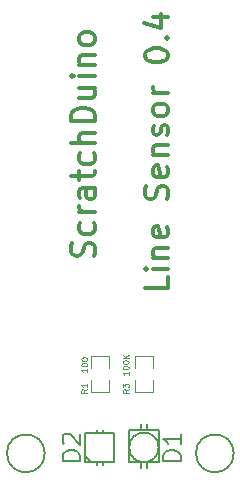
<source format=gbr>
G04 (created by PCBNEW (2013-may-18)-stable) date Вс 25 окт 2015 21:36:28*
%MOIN*%
G04 Gerber Fmt 3.4, Leading zero omitted, Abs format*
%FSLAX34Y34*%
G01*
G70*
G90*
G04 APERTURE LIST*
%ADD10C,0.00393701*%
%ADD11C,0.00787402*%
%ADD12C,0.011811*%
%ADD13C,0.0039*%
%ADD14C,0.00590551*%
%ADD15C,0.0043*%
G04 APERTURE END LIST*
G54D10*
G54D11*
X9094Y-30511D02*
G75*
G03X9094Y-30511I-630J0D01*
G74*
G01*
X15394Y-30511D02*
G75*
G03X15394Y-30511I-630J0D01*
G74*
G01*
G54D12*
X13218Y-24624D02*
X13218Y-24999D01*
X12431Y-24999D01*
X13218Y-24362D02*
X12693Y-24362D01*
X12431Y-24362D02*
X12468Y-24399D01*
X12506Y-24362D01*
X12468Y-24324D01*
X12431Y-24362D01*
X12506Y-24362D01*
X12693Y-23987D02*
X13218Y-23987D01*
X12768Y-23987D02*
X12731Y-23949D01*
X12693Y-23874D01*
X12693Y-23762D01*
X12731Y-23687D01*
X12806Y-23649D01*
X13218Y-23649D01*
X13181Y-22974D02*
X13218Y-23049D01*
X13218Y-23199D01*
X13181Y-23274D01*
X13106Y-23312D01*
X12806Y-23312D01*
X12731Y-23274D01*
X12693Y-23199D01*
X12693Y-23049D01*
X12731Y-22974D01*
X12806Y-22937D01*
X12881Y-22937D01*
X12956Y-23312D01*
X13181Y-22037D02*
X13218Y-21924D01*
X13218Y-21737D01*
X13181Y-21662D01*
X13143Y-21625D01*
X13068Y-21587D01*
X12993Y-21587D01*
X12918Y-21625D01*
X12881Y-21662D01*
X12843Y-21737D01*
X12806Y-21887D01*
X12768Y-21962D01*
X12731Y-21999D01*
X12656Y-22037D01*
X12581Y-22037D01*
X12506Y-21999D01*
X12468Y-21962D01*
X12431Y-21887D01*
X12431Y-21700D01*
X12468Y-21587D01*
X13181Y-20950D02*
X13218Y-21025D01*
X13218Y-21175D01*
X13181Y-21250D01*
X13106Y-21287D01*
X12806Y-21287D01*
X12731Y-21250D01*
X12693Y-21175D01*
X12693Y-21025D01*
X12731Y-20950D01*
X12806Y-20912D01*
X12881Y-20912D01*
X12956Y-21287D01*
X12693Y-20575D02*
X13218Y-20575D01*
X12768Y-20575D02*
X12731Y-20537D01*
X12693Y-20462D01*
X12693Y-20350D01*
X12731Y-20275D01*
X12806Y-20237D01*
X13218Y-20237D01*
X13181Y-19900D02*
X13218Y-19825D01*
X13218Y-19675D01*
X13181Y-19600D01*
X13106Y-19562D01*
X13068Y-19562D01*
X12993Y-19600D01*
X12956Y-19675D01*
X12956Y-19787D01*
X12918Y-19862D01*
X12843Y-19900D01*
X12806Y-19900D01*
X12731Y-19862D01*
X12693Y-19787D01*
X12693Y-19675D01*
X12731Y-19600D01*
X13218Y-19112D02*
X13181Y-19187D01*
X13143Y-19225D01*
X13068Y-19262D01*
X12843Y-19262D01*
X12768Y-19225D01*
X12731Y-19187D01*
X12693Y-19112D01*
X12693Y-19000D01*
X12731Y-18925D01*
X12768Y-18887D01*
X12843Y-18850D01*
X13068Y-18850D01*
X13143Y-18887D01*
X13181Y-18925D01*
X13218Y-19000D01*
X13218Y-19112D01*
X13218Y-18512D02*
X12693Y-18512D01*
X12843Y-18512D02*
X12768Y-18475D01*
X12731Y-18437D01*
X12693Y-18362D01*
X12693Y-18287D01*
X12431Y-17275D02*
X12431Y-17200D01*
X12468Y-17125D01*
X12506Y-17088D01*
X12581Y-17050D01*
X12731Y-17013D01*
X12918Y-17013D01*
X13068Y-17050D01*
X13143Y-17088D01*
X13181Y-17125D01*
X13218Y-17200D01*
X13218Y-17275D01*
X13181Y-17350D01*
X13143Y-17388D01*
X13068Y-17425D01*
X12918Y-17463D01*
X12731Y-17463D01*
X12581Y-17425D01*
X12506Y-17388D01*
X12468Y-17350D01*
X12431Y-17275D01*
X13143Y-16675D02*
X13181Y-16638D01*
X13218Y-16675D01*
X13181Y-16713D01*
X13143Y-16675D01*
X13218Y-16675D01*
X12693Y-15963D02*
X13218Y-15963D01*
X12393Y-16150D02*
X12956Y-16338D01*
X12956Y-15850D01*
X10731Y-23943D02*
X10768Y-23830D01*
X10768Y-23643D01*
X10731Y-23568D01*
X10693Y-23531D01*
X10618Y-23493D01*
X10543Y-23493D01*
X10468Y-23531D01*
X10431Y-23568D01*
X10393Y-23643D01*
X10356Y-23793D01*
X10318Y-23868D01*
X10281Y-23905D01*
X10206Y-23943D01*
X10131Y-23943D01*
X10056Y-23905D01*
X10018Y-23868D01*
X9981Y-23793D01*
X9981Y-23606D01*
X10018Y-23493D01*
X10731Y-22818D02*
X10768Y-22893D01*
X10768Y-23043D01*
X10731Y-23118D01*
X10693Y-23156D01*
X10618Y-23193D01*
X10393Y-23193D01*
X10318Y-23156D01*
X10281Y-23118D01*
X10243Y-23043D01*
X10243Y-22893D01*
X10281Y-22818D01*
X10768Y-22481D02*
X10243Y-22481D01*
X10393Y-22481D02*
X10318Y-22443D01*
X10281Y-22406D01*
X10243Y-22331D01*
X10243Y-22256D01*
X10768Y-21656D02*
X10356Y-21656D01*
X10281Y-21693D01*
X10243Y-21768D01*
X10243Y-21918D01*
X10281Y-21993D01*
X10731Y-21656D02*
X10768Y-21731D01*
X10768Y-21918D01*
X10731Y-21993D01*
X10656Y-22031D01*
X10581Y-22031D01*
X10506Y-21993D01*
X10468Y-21918D01*
X10468Y-21731D01*
X10431Y-21656D01*
X10243Y-21393D02*
X10243Y-21093D01*
X9981Y-21281D02*
X10656Y-21281D01*
X10731Y-21243D01*
X10768Y-21168D01*
X10768Y-21093D01*
X10731Y-20493D02*
X10768Y-20568D01*
X10768Y-20718D01*
X10731Y-20793D01*
X10693Y-20831D01*
X10618Y-20868D01*
X10393Y-20868D01*
X10318Y-20831D01*
X10281Y-20793D01*
X10243Y-20718D01*
X10243Y-20568D01*
X10281Y-20493D01*
X10768Y-20156D02*
X9981Y-20156D01*
X10768Y-19818D02*
X10356Y-19818D01*
X10281Y-19856D01*
X10243Y-19931D01*
X10243Y-20043D01*
X10281Y-20118D01*
X10318Y-20156D01*
X10768Y-19444D02*
X9981Y-19444D01*
X9981Y-19256D01*
X10018Y-19144D01*
X10093Y-19069D01*
X10168Y-19031D01*
X10318Y-18994D01*
X10431Y-18994D01*
X10581Y-19031D01*
X10656Y-19069D01*
X10731Y-19144D01*
X10768Y-19256D01*
X10768Y-19444D01*
X10243Y-18319D02*
X10768Y-18319D01*
X10243Y-18656D02*
X10656Y-18656D01*
X10731Y-18619D01*
X10768Y-18544D01*
X10768Y-18431D01*
X10731Y-18356D01*
X10693Y-18319D01*
X10768Y-17944D02*
X10243Y-17944D01*
X9981Y-17944D02*
X10018Y-17981D01*
X10056Y-17944D01*
X10018Y-17906D01*
X9981Y-17944D01*
X10056Y-17944D01*
X10243Y-17569D02*
X10768Y-17569D01*
X10318Y-17569D02*
X10281Y-17531D01*
X10243Y-17456D01*
X10243Y-17344D01*
X10281Y-17269D01*
X10356Y-17231D01*
X10768Y-17231D01*
X10768Y-16744D02*
X10731Y-16819D01*
X10693Y-16856D01*
X10618Y-16894D01*
X10393Y-16894D01*
X10318Y-16856D01*
X10281Y-16819D01*
X10243Y-16744D01*
X10243Y-16631D01*
X10281Y-16556D01*
X10318Y-16519D01*
X10393Y-16481D01*
X10618Y-16481D01*
X10693Y-16519D01*
X10731Y-16556D01*
X10768Y-16631D01*
X10768Y-16744D01*
G54D13*
X10625Y-27654D02*
X10625Y-27254D01*
X10625Y-27254D02*
X11225Y-27254D01*
X11225Y-27254D02*
X11225Y-27654D01*
X11225Y-28054D02*
X11225Y-28454D01*
X11225Y-28454D02*
X10625Y-28454D01*
X10625Y-28454D02*
X10625Y-28054D01*
X12701Y-28054D02*
X12701Y-28454D01*
X12701Y-28454D02*
X12101Y-28454D01*
X12101Y-28454D02*
X12101Y-28054D01*
X12101Y-27654D02*
X12101Y-27254D01*
X12101Y-27254D02*
X12701Y-27254D01*
X12701Y-27254D02*
X12701Y-27654D01*
G54D14*
X10629Y-30807D02*
X10433Y-30610D01*
X11023Y-30807D02*
X11023Y-30905D01*
X10826Y-30807D02*
X10826Y-30905D01*
X11023Y-29724D02*
X11023Y-29822D01*
X10826Y-29822D02*
X10826Y-29724D01*
X10433Y-30807D02*
X10433Y-29822D01*
X10433Y-29822D02*
X11417Y-29822D01*
X11417Y-29822D02*
X11417Y-30807D01*
X11417Y-30807D02*
X10433Y-30807D01*
X12893Y-30314D02*
G75*
G03X12893Y-30314I-492J0D01*
G74*
G01*
X12500Y-29527D02*
X12500Y-29724D01*
X12303Y-29724D02*
X12303Y-29527D01*
X12500Y-30807D02*
X12500Y-31003D01*
X12303Y-31003D02*
X12303Y-30807D01*
X11909Y-30807D02*
X11909Y-29724D01*
X11909Y-29724D02*
X12893Y-29724D01*
X12893Y-29724D02*
X12893Y-30807D01*
X12893Y-30807D02*
X11909Y-30807D01*
G54D15*
X10512Y-28379D02*
X10418Y-28444D01*
X10512Y-28491D02*
X10315Y-28491D01*
X10315Y-28416D01*
X10325Y-28398D01*
X10334Y-28388D01*
X10353Y-28379D01*
X10381Y-28379D01*
X10400Y-28388D01*
X10409Y-28398D01*
X10418Y-28416D01*
X10418Y-28491D01*
X10512Y-28191D02*
X10512Y-28304D01*
X10512Y-28247D02*
X10315Y-28247D01*
X10343Y-28266D01*
X10362Y-28285D01*
X10372Y-28304D01*
X10512Y-27690D02*
X10512Y-27802D01*
X10512Y-27746D02*
X10315Y-27746D01*
X10343Y-27765D01*
X10362Y-27784D01*
X10372Y-27802D01*
X10315Y-27568D02*
X10315Y-27549D01*
X10325Y-27530D01*
X10334Y-27521D01*
X10353Y-27512D01*
X10390Y-27502D01*
X10437Y-27502D01*
X10475Y-27512D01*
X10494Y-27521D01*
X10503Y-27530D01*
X10512Y-27549D01*
X10512Y-27568D01*
X10503Y-27587D01*
X10494Y-27596D01*
X10475Y-27605D01*
X10437Y-27615D01*
X10390Y-27615D01*
X10353Y-27605D01*
X10334Y-27596D01*
X10325Y-27587D01*
X10315Y-27568D01*
X10315Y-27380D02*
X10315Y-27362D01*
X10325Y-27343D01*
X10334Y-27333D01*
X10353Y-27324D01*
X10390Y-27315D01*
X10437Y-27315D01*
X10475Y-27324D01*
X10494Y-27333D01*
X10503Y-27343D01*
X10512Y-27362D01*
X10512Y-27380D01*
X10503Y-27399D01*
X10494Y-27408D01*
X10475Y-27418D01*
X10437Y-27427D01*
X10390Y-27427D01*
X10353Y-27418D01*
X10334Y-27408D01*
X10325Y-27399D01*
X10315Y-27380D01*
X11890Y-28379D02*
X11796Y-28444D01*
X11890Y-28491D02*
X11693Y-28491D01*
X11693Y-28416D01*
X11703Y-28398D01*
X11712Y-28388D01*
X11731Y-28379D01*
X11759Y-28379D01*
X11778Y-28388D01*
X11787Y-28398D01*
X11796Y-28416D01*
X11796Y-28491D01*
X11693Y-28313D02*
X11693Y-28191D01*
X11768Y-28257D01*
X11768Y-28229D01*
X11778Y-28210D01*
X11787Y-28201D01*
X11806Y-28191D01*
X11853Y-28191D01*
X11872Y-28201D01*
X11881Y-28210D01*
X11890Y-28229D01*
X11890Y-28285D01*
X11881Y-28304D01*
X11872Y-28313D01*
X11890Y-27788D02*
X11890Y-27901D01*
X11890Y-27845D02*
X11693Y-27845D01*
X11721Y-27863D01*
X11740Y-27882D01*
X11750Y-27901D01*
X11693Y-27666D02*
X11693Y-27648D01*
X11703Y-27629D01*
X11712Y-27620D01*
X11731Y-27610D01*
X11768Y-27601D01*
X11815Y-27601D01*
X11853Y-27610D01*
X11872Y-27620D01*
X11881Y-27629D01*
X11890Y-27648D01*
X11890Y-27666D01*
X11881Y-27685D01*
X11872Y-27695D01*
X11853Y-27704D01*
X11815Y-27713D01*
X11768Y-27713D01*
X11731Y-27704D01*
X11712Y-27695D01*
X11703Y-27685D01*
X11693Y-27666D01*
X11693Y-27479D02*
X11693Y-27460D01*
X11703Y-27441D01*
X11712Y-27432D01*
X11731Y-27423D01*
X11768Y-27413D01*
X11815Y-27413D01*
X11853Y-27423D01*
X11872Y-27432D01*
X11881Y-27441D01*
X11890Y-27460D01*
X11890Y-27479D01*
X11881Y-27498D01*
X11872Y-27507D01*
X11853Y-27516D01*
X11815Y-27526D01*
X11768Y-27526D01*
X11731Y-27516D01*
X11712Y-27507D01*
X11703Y-27498D01*
X11693Y-27479D01*
X11890Y-27329D02*
X11693Y-27329D01*
X11890Y-27216D02*
X11778Y-27301D01*
X11693Y-27216D02*
X11806Y-27329D01*
G54D14*
X10278Y-30750D02*
X9687Y-30750D01*
X9687Y-30610D01*
X9715Y-30525D01*
X9772Y-30469D01*
X9828Y-30441D01*
X9940Y-30413D01*
X10025Y-30413D01*
X10137Y-30441D01*
X10194Y-30469D01*
X10250Y-30525D01*
X10278Y-30610D01*
X10278Y-30750D01*
X9744Y-30188D02*
X9715Y-30160D01*
X9687Y-30104D01*
X9687Y-29963D01*
X9715Y-29907D01*
X9744Y-29879D01*
X9800Y-29850D01*
X9856Y-29850D01*
X9940Y-29879D01*
X10278Y-30216D01*
X10278Y-29850D01*
X13624Y-30750D02*
X13034Y-30750D01*
X13034Y-30610D01*
X13062Y-30525D01*
X13118Y-30469D01*
X13174Y-30441D01*
X13287Y-30413D01*
X13371Y-30413D01*
X13484Y-30441D01*
X13540Y-30469D01*
X13596Y-30525D01*
X13624Y-30610D01*
X13624Y-30750D01*
X13624Y-29850D02*
X13624Y-30188D01*
X13624Y-30019D02*
X13034Y-30019D01*
X13118Y-30075D01*
X13174Y-30132D01*
X13203Y-30188D01*
M02*

</source>
